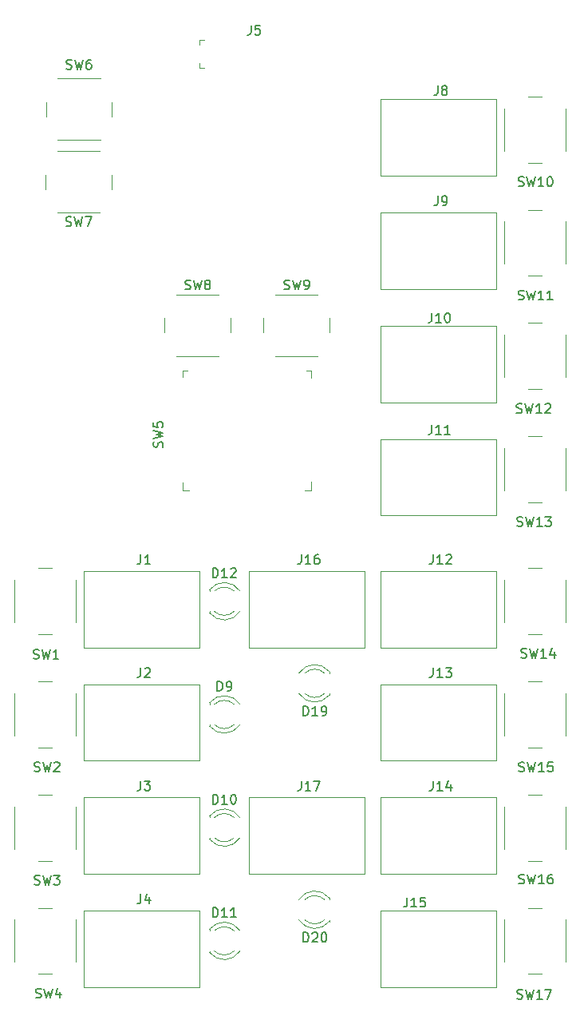
<source format=gbr>
%TF.GenerationSoftware,KiCad,Pcbnew,(6.0.1)*%
%TF.CreationDate,2022-02-15T11:42:12-08:00*%
%TF.ProjectId,main_board,6d61696e-5f62-46f6-9172-642e6b696361,rev?*%
%TF.SameCoordinates,Original*%
%TF.FileFunction,Legend,Top*%
%TF.FilePolarity,Positive*%
%FSLAX46Y46*%
G04 Gerber Fmt 4.6, Leading zero omitted, Abs format (unit mm)*
G04 Created by KiCad (PCBNEW (6.0.1)) date 2022-02-15 11:42:12*
%MOMM*%
%LPD*%
G01*
G04 APERTURE LIST*
%ADD10C,0.150000*%
%ADD11C,0.120000*%
%ADD12C,0.100000*%
G04 APERTURE END LIST*
D10*
X104540476Y-141904761D02*
X104683333Y-141952380D01*
X104921428Y-141952380D01*
X105016666Y-141904761D01*
X105064285Y-141857142D01*
X105111904Y-141761904D01*
X105111904Y-141666666D01*
X105064285Y-141571428D01*
X105016666Y-141523809D01*
X104921428Y-141476190D01*
X104730952Y-141428571D01*
X104635714Y-141380952D01*
X104588095Y-141333333D01*
X104540476Y-141238095D01*
X104540476Y-141142857D01*
X104588095Y-141047619D01*
X104635714Y-141000000D01*
X104730952Y-140952380D01*
X104969047Y-140952380D01*
X105111904Y-141000000D01*
X105445238Y-140952380D02*
X105683333Y-141952380D01*
X105873809Y-141238095D01*
X106064285Y-141952380D01*
X106302380Y-140952380D01*
X107207142Y-141952380D02*
X106635714Y-141952380D01*
X106921428Y-141952380D02*
X106921428Y-140952380D01*
X106826190Y-141095238D01*
X106730952Y-141190476D01*
X106635714Y-141238095D01*
X108064285Y-140952380D02*
X107873809Y-140952380D01*
X107778571Y-141000000D01*
X107730952Y-141047619D01*
X107635714Y-141190476D01*
X107588095Y-141380952D01*
X107588095Y-141761904D01*
X107635714Y-141857142D01*
X107683333Y-141904761D01*
X107778571Y-141952380D01*
X107969047Y-141952380D01*
X108064285Y-141904761D01*
X108111904Y-141857142D01*
X108159523Y-141761904D01*
X108159523Y-141523809D01*
X108111904Y-141428571D01*
X108064285Y-141380952D01*
X107969047Y-141333333D01*
X107778571Y-141333333D01*
X107683333Y-141380952D01*
X107635714Y-141428571D01*
X107588095Y-141523809D01*
X81655714Y-124112380D02*
X81655714Y-123112380D01*
X81893809Y-123112380D01*
X82036666Y-123160000D01*
X82131904Y-123255238D01*
X82179523Y-123350476D01*
X82227142Y-123540952D01*
X82227142Y-123683809D01*
X82179523Y-123874285D01*
X82131904Y-123969523D01*
X82036666Y-124064761D01*
X81893809Y-124112380D01*
X81655714Y-124112380D01*
X83179523Y-124112380D02*
X82608095Y-124112380D01*
X82893809Y-124112380D02*
X82893809Y-123112380D01*
X82798571Y-123255238D01*
X82703333Y-123350476D01*
X82608095Y-123398095D01*
X83655714Y-124112380D02*
X83846190Y-124112380D01*
X83941428Y-124064761D01*
X83989047Y-124017142D01*
X84084285Y-123874285D01*
X84131904Y-123683809D01*
X84131904Y-123302857D01*
X84084285Y-123207619D01*
X84036666Y-123160000D01*
X83941428Y-123112380D01*
X83750952Y-123112380D01*
X83655714Y-123160000D01*
X83608095Y-123207619D01*
X83560476Y-123302857D01*
X83560476Y-123540952D01*
X83608095Y-123636190D01*
X83655714Y-123683809D01*
X83750952Y-123731428D01*
X83941428Y-123731428D01*
X84036666Y-123683809D01*
X84084285Y-123636190D01*
X84131904Y-123540952D01*
X104340476Y-154104761D02*
X104483333Y-154152380D01*
X104721428Y-154152380D01*
X104816666Y-154104761D01*
X104864285Y-154057142D01*
X104911904Y-153961904D01*
X104911904Y-153866666D01*
X104864285Y-153771428D01*
X104816666Y-153723809D01*
X104721428Y-153676190D01*
X104530952Y-153628571D01*
X104435714Y-153580952D01*
X104388095Y-153533333D01*
X104340476Y-153438095D01*
X104340476Y-153342857D01*
X104388095Y-153247619D01*
X104435714Y-153200000D01*
X104530952Y-153152380D01*
X104769047Y-153152380D01*
X104911904Y-153200000D01*
X105245238Y-153152380D02*
X105483333Y-154152380D01*
X105673809Y-153438095D01*
X105864285Y-154152380D01*
X106102380Y-153152380D01*
X107007142Y-154152380D02*
X106435714Y-154152380D01*
X106721428Y-154152380D02*
X106721428Y-153152380D01*
X106626190Y-153295238D01*
X106530952Y-153390476D01*
X106435714Y-153438095D01*
X107340476Y-153152380D02*
X108007142Y-153152380D01*
X107578571Y-154152380D01*
X92690476Y-143402380D02*
X92690476Y-144116666D01*
X92642857Y-144259523D01*
X92547619Y-144354761D01*
X92404761Y-144402380D01*
X92309523Y-144402380D01*
X93690476Y-144402380D02*
X93119047Y-144402380D01*
X93404761Y-144402380D02*
X93404761Y-143402380D01*
X93309523Y-143545238D01*
X93214285Y-143640476D01*
X93119047Y-143688095D01*
X94595238Y-143402380D02*
X94119047Y-143402380D01*
X94071428Y-143878571D01*
X94119047Y-143830952D01*
X94214285Y-143783333D01*
X94452380Y-143783333D01*
X94547619Y-143830952D01*
X94595238Y-143878571D01*
X94642857Y-143973809D01*
X94642857Y-144211904D01*
X94595238Y-144307142D01*
X94547619Y-144354761D01*
X94452380Y-144402380D01*
X94214285Y-144402380D01*
X94119047Y-144354761D01*
X94071428Y-144307142D01*
X104490476Y-67954761D02*
X104633333Y-68002380D01*
X104871428Y-68002380D01*
X104966666Y-67954761D01*
X105014285Y-67907142D01*
X105061904Y-67811904D01*
X105061904Y-67716666D01*
X105014285Y-67621428D01*
X104966666Y-67573809D01*
X104871428Y-67526190D01*
X104680952Y-67478571D01*
X104585714Y-67430952D01*
X104538095Y-67383333D01*
X104490476Y-67288095D01*
X104490476Y-67192857D01*
X104538095Y-67097619D01*
X104585714Y-67050000D01*
X104680952Y-67002380D01*
X104919047Y-67002380D01*
X105061904Y-67050000D01*
X105395238Y-67002380D02*
X105633333Y-68002380D01*
X105823809Y-67288095D01*
X106014285Y-68002380D01*
X106252380Y-67002380D01*
X107157142Y-68002380D02*
X106585714Y-68002380D01*
X106871428Y-68002380D02*
X106871428Y-67002380D01*
X106776190Y-67145238D01*
X106680952Y-67240476D01*
X106585714Y-67288095D01*
X107776190Y-67002380D02*
X107871428Y-67002380D01*
X107966666Y-67050000D01*
X108014285Y-67097619D01*
X108061904Y-67192857D01*
X108109523Y-67383333D01*
X108109523Y-67621428D01*
X108061904Y-67811904D01*
X108014285Y-67907142D01*
X107966666Y-67954761D01*
X107871428Y-68002380D01*
X107776190Y-68002380D01*
X107680952Y-67954761D01*
X107633333Y-67907142D01*
X107585714Y-67811904D01*
X107538095Y-67621428D01*
X107538095Y-67383333D01*
X107585714Y-67192857D01*
X107633333Y-67097619D01*
X107680952Y-67050000D01*
X107776190Y-67002380D01*
X104540476Y-130004761D02*
X104683333Y-130052380D01*
X104921428Y-130052380D01*
X105016666Y-130004761D01*
X105064285Y-129957142D01*
X105111904Y-129861904D01*
X105111904Y-129766666D01*
X105064285Y-129671428D01*
X105016666Y-129623809D01*
X104921428Y-129576190D01*
X104730952Y-129528571D01*
X104635714Y-129480952D01*
X104588095Y-129433333D01*
X104540476Y-129338095D01*
X104540476Y-129242857D01*
X104588095Y-129147619D01*
X104635714Y-129100000D01*
X104730952Y-129052380D01*
X104969047Y-129052380D01*
X105111904Y-129100000D01*
X105445238Y-129052380D02*
X105683333Y-130052380D01*
X105873809Y-129338095D01*
X106064285Y-130052380D01*
X106302380Y-129052380D01*
X107207142Y-130052380D02*
X106635714Y-130052380D01*
X106921428Y-130052380D02*
X106921428Y-129052380D01*
X106826190Y-129195238D01*
X106730952Y-129290476D01*
X106635714Y-129338095D01*
X108111904Y-129052380D02*
X107635714Y-129052380D01*
X107588095Y-129528571D01*
X107635714Y-129480952D01*
X107730952Y-129433333D01*
X107969047Y-129433333D01*
X108064285Y-129480952D01*
X108111904Y-129528571D01*
X108159523Y-129623809D01*
X108159523Y-129861904D01*
X108111904Y-129957142D01*
X108064285Y-130004761D01*
X107969047Y-130052380D01*
X107730952Y-130052380D01*
X107635714Y-130004761D01*
X107588095Y-129957142D01*
X56516666Y-55554761D02*
X56659523Y-55602380D01*
X56897619Y-55602380D01*
X56992857Y-55554761D01*
X57040476Y-55507142D01*
X57088095Y-55411904D01*
X57088095Y-55316666D01*
X57040476Y-55221428D01*
X56992857Y-55173809D01*
X56897619Y-55126190D01*
X56707142Y-55078571D01*
X56611904Y-55030952D01*
X56564285Y-54983333D01*
X56516666Y-54888095D01*
X56516666Y-54792857D01*
X56564285Y-54697619D01*
X56611904Y-54650000D01*
X56707142Y-54602380D01*
X56945238Y-54602380D01*
X57088095Y-54650000D01*
X57421428Y-54602380D02*
X57659523Y-55602380D01*
X57850000Y-54888095D01*
X58040476Y-55602380D01*
X58278571Y-54602380D01*
X59088095Y-54602380D02*
X58897619Y-54602380D01*
X58802380Y-54650000D01*
X58754761Y-54697619D01*
X58659523Y-54840476D01*
X58611904Y-55030952D01*
X58611904Y-55411904D01*
X58659523Y-55507142D01*
X58707142Y-55554761D01*
X58802380Y-55602380D01*
X58992857Y-55602380D01*
X59088095Y-55554761D01*
X59135714Y-55507142D01*
X59183333Y-55411904D01*
X59183333Y-55173809D01*
X59135714Y-55078571D01*
X59088095Y-55030952D01*
X58992857Y-54983333D01*
X58802380Y-54983333D01*
X58707142Y-55030952D01*
X58659523Y-55078571D01*
X58611904Y-55173809D01*
X95916666Y-57352380D02*
X95916666Y-58066666D01*
X95869047Y-58209523D01*
X95773809Y-58304761D01*
X95630952Y-58352380D01*
X95535714Y-58352380D01*
X96535714Y-57780952D02*
X96440476Y-57733333D01*
X96392857Y-57685714D01*
X96345238Y-57590476D01*
X96345238Y-57542857D01*
X96392857Y-57447619D01*
X96440476Y-57400000D01*
X96535714Y-57352380D01*
X96726190Y-57352380D01*
X96821428Y-57400000D01*
X96869047Y-57447619D01*
X96916666Y-57542857D01*
X96916666Y-57590476D01*
X96869047Y-57685714D01*
X96821428Y-57733333D01*
X96726190Y-57780952D01*
X96535714Y-57780952D01*
X96440476Y-57828571D01*
X96392857Y-57876190D01*
X96345238Y-57971428D01*
X96345238Y-58161904D01*
X96392857Y-58257142D01*
X96440476Y-58304761D01*
X96535714Y-58352380D01*
X96726190Y-58352380D01*
X96821428Y-58304761D01*
X96869047Y-58257142D01*
X96916666Y-58161904D01*
X96916666Y-57971428D01*
X96869047Y-57876190D01*
X96821428Y-57828571D01*
X96726190Y-57780952D01*
X104290476Y-92004761D02*
X104433333Y-92052380D01*
X104671428Y-92052380D01*
X104766666Y-92004761D01*
X104814285Y-91957142D01*
X104861904Y-91861904D01*
X104861904Y-91766666D01*
X104814285Y-91671428D01*
X104766666Y-91623809D01*
X104671428Y-91576190D01*
X104480952Y-91528571D01*
X104385714Y-91480952D01*
X104338095Y-91433333D01*
X104290476Y-91338095D01*
X104290476Y-91242857D01*
X104338095Y-91147619D01*
X104385714Y-91100000D01*
X104480952Y-91052380D01*
X104719047Y-91052380D01*
X104861904Y-91100000D01*
X105195238Y-91052380D02*
X105433333Y-92052380D01*
X105623809Y-91338095D01*
X105814285Y-92052380D01*
X106052380Y-91052380D01*
X106957142Y-92052380D02*
X106385714Y-92052380D01*
X106671428Y-92052380D02*
X106671428Y-91052380D01*
X106576190Y-91195238D01*
X106480952Y-91290476D01*
X106385714Y-91338095D01*
X107338095Y-91147619D02*
X107385714Y-91100000D01*
X107480952Y-91052380D01*
X107719047Y-91052380D01*
X107814285Y-91100000D01*
X107861904Y-91147619D01*
X107909523Y-91242857D01*
X107909523Y-91338095D01*
X107861904Y-91480952D01*
X107290476Y-92052380D01*
X107909523Y-92052380D01*
X81440476Y-107052380D02*
X81440476Y-107766666D01*
X81392857Y-107909523D01*
X81297619Y-108004761D01*
X81154761Y-108052380D01*
X81059523Y-108052380D01*
X82440476Y-108052380D02*
X81869047Y-108052380D01*
X82154761Y-108052380D02*
X82154761Y-107052380D01*
X82059523Y-107195238D01*
X81964285Y-107290476D01*
X81869047Y-107338095D01*
X83297619Y-107052380D02*
X83107142Y-107052380D01*
X83011904Y-107100000D01*
X82964285Y-107147619D01*
X82869047Y-107290476D01*
X82821428Y-107480952D01*
X82821428Y-107861904D01*
X82869047Y-107957142D01*
X82916666Y-108004761D01*
X83011904Y-108052380D01*
X83202380Y-108052380D01*
X83297619Y-108004761D01*
X83345238Y-107957142D01*
X83392857Y-107861904D01*
X83392857Y-107623809D01*
X83345238Y-107528571D01*
X83297619Y-107480952D01*
X83202380Y-107433333D01*
X83011904Y-107433333D01*
X82916666Y-107480952D01*
X82869047Y-107528571D01*
X82821428Y-107623809D01*
X56466666Y-72204761D02*
X56609523Y-72252380D01*
X56847619Y-72252380D01*
X56942857Y-72204761D01*
X56990476Y-72157142D01*
X57038095Y-72061904D01*
X57038095Y-71966666D01*
X56990476Y-71871428D01*
X56942857Y-71823809D01*
X56847619Y-71776190D01*
X56657142Y-71728571D01*
X56561904Y-71680952D01*
X56514285Y-71633333D01*
X56466666Y-71538095D01*
X56466666Y-71442857D01*
X56514285Y-71347619D01*
X56561904Y-71300000D01*
X56657142Y-71252380D01*
X56895238Y-71252380D01*
X57038095Y-71300000D01*
X57371428Y-71252380D02*
X57609523Y-72252380D01*
X57800000Y-71538095D01*
X57990476Y-72252380D01*
X58228571Y-71252380D01*
X58514285Y-71252380D02*
X59180952Y-71252380D01*
X58752380Y-72252380D01*
X53266666Y-154004761D02*
X53409523Y-154052380D01*
X53647619Y-154052380D01*
X53742857Y-154004761D01*
X53790476Y-153957142D01*
X53838095Y-153861904D01*
X53838095Y-153766666D01*
X53790476Y-153671428D01*
X53742857Y-153623809D01*
X53647619Y-153576190D01*
X53457142Y-153528571D01*
X53361904Y-153480952D01*
X53314285Y-153433333D01*
X53266666Y-153338095D01*
X53266666Y-153242857D01*
X53314285Y-153147619D01*
X53361904Y-153100000D01*
X53457142Y-153052380D01*
X53695238Y-153052380D01*
X53838095Y-153100000D01*
X54171428Y-153052380D02*
X54409523Y-154052380D01*
X54600000Y-153338095D01*
X54790476Y-154052380D01*
X55028571Y-153052380D01*
X55838095Y-153385714D02*
X55838095Y-154052380D01*
X55600000Y-153004761D02*
X55361904Y-153719047D01*
X55980952Y-153719047D01*
X66704761Y-95658333D02*
X66752380Y-95515476D01*
X66752380Y-95277380D01*
X66704761Y-95182142D01*
X66657142Y-95134523D01*
X66561904Y-95086904D01*
X66466666Y-95086904D01*
X66371428Y-95134523D01*
X66323809Y-95182142D01*
X66276190Y-95277380D01*
X66228571Y-95467857D01*
X66180952Y-95563095D01*
X66133333Y-95610714D01*
X66038095Y-95658333D01*
X65942857Y-95658333D01*
X65847619Y-95610714D01*
X65800000Y-95563095D01*
X65752380Y-95467857D01*
X65752380Y-95229761D01*
X65800000Y-95086904D01*
X65752380Y-94753571D02*
X66752380Y-94515476D01*
X66038095Y-94325000D01*
X66752380Y-94134523D01*
X65752380Y-93896428D01*
X65752380Y-93039285D02*
X65752380Y-93515476D01*
X66228571Y-93563095D01*
X66180952Y-93515476D01*
X66133333Y-93420238D01*
X66133333Y-93182142D01*
X66180952Y-93086904D01*
X66228571Y-93039285D01*
X66323809Y-92991666D01*
X66561904Y-92991666D01*
X66657142Y-93039285D01*
X66704761Y-93086904D01*
X66752380Y-93182142D01*
X66752380Y-93420238D01*
X66704761Y-93515476D01*
X66657142Y-93563095D01*
X72055714Y-109492380D02*
X72055714Y-108492380D01*
X72293809Y-108492380D01*
X72436666Y-108540000D01*
X72531904Y-108635238D01*
X72579523Y-108730476D01*
X72627142Y-108920952D01*
X72627142Y-109063809D01*
X72579523Y-109254285D01*
X72531904Y-109349523D01*
X72436666Y-109444761D01*
X72293809Y-109492380D01*
X72055714Y-109492380D01*
X73579523Y-109492380D02*
X73008095Y-109492380D01*
X73293809Y-109492380D02*
X73293809Y-108492380D01*
X73198571Y-108635238D01*
X73103333Y-108730476D01*
X73008095Y-108778095D01*
X73960476Y-108587619D02*
X74008095Y-108540000D01*
X74103333Y-108492380D01*
X74341428Y-108492380D01*
X74436666Y-108540000D01*
X74484285Y-108587619D01*
X74531904Y-108682857D01*
X74531904Y-108778095D01*
X74484285Y-108920952D01*
X73912857Y-109492380D01*
X74531904Y-109492380D01*
X104790476Y-117954761D02*
X104933333Y-118002380D01*
X105171428Y-118002380D01*
X105266666Y-117954761D01*
X105314285Y-117907142D01*
X105361904Y-117811904D01*
X105361904Y-117716666D01*
X105314285Y-117621428D01*
X105266666Y-117573809D01*
X105171428Y-117526190D01*
X104980952Y-117478571D01*
X104885714Y-117430952D01*
X104838095Y-117383333D01*
X104790476Y-117288095D01*
X104790476Y-117192857D01*
X104838095Y-117097619D01*
X104885714Y-117050000D01*
X104980952Y-117002380D01*
X105219047Y-117002380D01*
X105361904Y-117050000D01*
X105695238Y-117002380D02*
X105933333Y-118002380D01*
X106123809Y-117288095D01*
X106314285Y-118002380D01*
X106552380Y-117002380D01*
X107457142Y-118002380D02*
X106885714Y-118002380D01*
X107171428Y-118002380D02*
X107171428Y-117002380D01*
X107076190Y-117145238D01*
X106980952Y-117240476D01*
X106885714Y-117288095D01*
X108314285Y-117335714D02*
X108314285Y-118002380D01*
X108076190Y-116954761D02*
X107838095Y-117669047D01*
X108457142Y-117669047D01*
X53016666Y-118054761D02*
X53159523Y-118102380D01*
X53397619Y-118102380D01*
X53492857Y-118054761D01*
X53540476Y-118007142D01*
X53588095Y-117911904D01*
X53588095Y-117816666D01*
X53540476Y-117721428D01*
X53492857Y-117673809D01*
X53397619Y-117626190D01*
X53207142Y-117578571D01*
X53111904Y-117530952D01*
X53064285Y-117483333D01*
X53016666Y-117388095D01*
X53016666Y-117292857D01*
X53064285Y-117197619D01*
X53111904Y-117150000D01*
X53207142Y-117102380D01*
X53445238Y-117102380D01*
X53588095Y-117150000D01*
X53921428Y-117102380D02*
X54159523Y-118102380D01*
X54350000Y-117388095D01*
X54540476Y-118102380D01*
X54778571Y-117102380D01*
X55683333Y-118102380D02*
X55111904Y-118102380D01*
X55397619Y-118102380D02*
X55397619Y-117102380D01*
X55302380Y-117245238D01*
X55207142Y-117340476D01*
X55111904Y-117388095D01*
X81440476Y-131052380D02*
X81440476Y-131766666D01*
X81392857Y-131909523D01*
X81297619Y-132004761D01*
X81154761Y-132052380D01*
X81059523Y-132052380D01*
X82440476Y-132052380D02*
X81869047Y-132052380D01*
X82154761Y-132052380D02*
X82154761Y-131052380D01*
X82059523Y-131195238D01*
X81964285Y-131290476D01*
X81869047Y-131338095D01*
X82773809Y-131052380D02*
X83440476Y-131052380D01*
X83011904Y-132052380D01*
X53116666Y-142004761D02*
X53259523Y-142052380D01*
X53497619Y-142052380D01*
X53592857Y-142004761D01*
X53640476Y-141957142D01*
X53688095Y-141861904D01*
X53688095Y-141766666D01*
X53640476Y-141671428D01*
X53592857Y-141623809D01*
X53497619Y-141576190D01*
X53307142Y-141528571D01*
X53211904Y-141480952D01*
X53164285Y-141433333D01*
X53116666Y-141338095D01*
X53116666Y-141242857D01*
X53164285Y-141147619D01*
X53211904Y-141100000D01*
X53307142Y-141052380D01*
X53545238Y-141052380D01*
X53688095Y-141100000D01*
X54021428Y-141052380D02*
X54259523Y-142052380D01*
X54450000Y-141338095D01*
X54640476Y-142052380D01*
X54878571Y-141052380D01*
X55164285Y-141052380D02*
X55783333Y-141052380D01*
X55450000Y-141433333D01*
X55592857Y-141433333D01*
X55688095Y-141480952D01*
X55735714Y-141528571D01*
X55783333Y-141623809D01*
X55783333Y-141861904D01*
X55735714Y-141957142D01*
X55688095Y-142004761D01*
X55592857Y-142052380D01*
X55307142Y-142052380D01*
X55211904Y-142004761D01*
X55164285Y-141957142D01*
X95440476Y-107052380D02*
X95440476Y-107766666D01*
X95392857Y-107909523D01*
X95297619Y-108004761D01*
X95154761Y-108052380D01*
X95059523Y-108052380D01*
X96440476Y-108052380D02*
X95869047Y-108052380D01*
X96154761Y-108052380D02*
X96154761Y-107052380D01*
X96059523Y-107195238D01*
X95964285Y-107290476D01*
X95869047Y-107338095D01*
X96821428Y-107147619D02*
X96869047Y-107100000D01*
X96964285Y-107052380D01*
X97202380Y-107052380D01*
X97297619Y-107100000D01*
X97345238Y-107147619D01*
X97392857Y-107242857D01*
X97392857Y-107338095D01*
X97345238Y-107480952D01*
X96773809Y-108052380D01*
X97392857Y-108052380D01*
X72055714Y-133492380D02*
X72055714Y-132492380D01*
X72293809Y-132492380D01*
X72436666Y-132540000D01*
X72531904Y-132635238D01*
X72579523Y-132730476D01*
X72627142Y-132920952D01*
X72627142Y-133063809D01*
X72579523Y-133254285D01*
X72531904Y-133349523D01*
X72436666Y-133444761D01*
X72293809Y-133492380D01*
X72055714Y-133492380D01*
X73579523Y-133492380D02*
X73008095Y-133492380D01*
X73293809Y-133492380D02*
X73293809Y-132492380D01*
X73198571Y-132635238D01*
X73103333Y-132730476D01*
X73008095Y-132778095D01*
X74198571Y-132492380D02*
X74293809Y-132492380D01*
X74389047Y-132540000D01*
X74436666Y-132587619D01*
X74484285Y-132682857D01*
X74531904Y-132873333D01*
X74531904Y-133111428D01*
X74484285Y-133301904D01*
X74436666Y-133397142D01*
X74389047Y-133444761D01*
X74293809Y-133492380D01*
X74198571Y-133492380D01*
X74103333Y-133444761D01*
X74055714Y-133397142D01*
X74008095Y-133301904D01*
X73960476Y-133111428D01*
X73960476Y-132873333D01*
X74008095Y-132682857D01*
X74055714Y-132587619D01*
X74103333Y-132540000D01*
X74198571Y-132492380D01*
X81655714Y-148112380D02*
X81655714Y-147112380D01*
X81893809Y-147112380D01*
X82036666Y-147160000D01*
X82131904Y-147255238D01*
X82179523Y-147350476D01*
X82227142Y-147540952D01*
X82227142Y-147683809D01*
X82179523Y-147874285D01*
X82131904Y-147969523D01*
X82036666Y-148064761D01*
X81893809Y-148112380D01*
X81655714Y-148112380D01*
X82608095Y-147207619D02*
X82655714Y-147160000D01*
X82750952Y-147112380D01*
X82989047Y-147112380D01*
X83084285Y-147160000D01*
X83131904Y-147207619D01*
X83179523Y-147302857D01*
X83179523Y-147398095D01*
X83131904Y-147540952D01*
X82560476Y-148112380D01*
X83179523Y-148112380D01*
X83798571Y-147112380D02*
X83893809Y-147112380D01*
X83989047Y-147160000D01*
X84036666Y-147207619D01*
X84084285Y-147302857D01*
X84131904Y-147493333D01*
X84131904Y-147731428D01*
X84084285Y-147921904D01*
X84036666Y-148017142D01*
X83989047Y-148064761D01*
X83893809Y-148112380D01*
X83798571Y-148112380D01*
X83703333Y-148064761D01*
X83655714Y-148017142D01*
X83608095Y-147921904D01*
X83560476Y-147731428D01*
X83560476Y-147493333D01*
X83608095Y-147302857D01*
X83655714Y-147207619D01*
X83703333Y-147160000D01*
X83798571Y-147112380D01*
X72531904Y-121492380D02*
X72531904Y-120492380D01*
X72770000Y-120492380D01*
X72912857Y-120540000D01*
X73008095Y-120635238D01*
X73055714Y-120730476D01*
X73103333Y-120920952D01*
X73103333Y-121063809D01*
X73055714Y-121254285D01*
X73008095Y-121349523D01*
X72912857Y-121444761D01*
X72770000Y-121492380D01*
X72531904Y-121492380D01*
X73579523Y-121492380D02*
X73770000Y-121492380D01*
X73865238Y-121444761D01*
X73912857Y-121397142D01*
X74008095Y-121254285D01*
X74055714Y-121063809D01*
X74055714Y-120682857D01*
X74008095Y-120587619D01*
X73960476Y-120540000D01*
X73865238Y-120492380D01*
X73674761Y-120492380D01*
X73579523Y-120540000D01*
X73531904Y-120587619D01*
X73484285Y-120682857D01*
X73484285Y-120920952D01*
X73531904Y-121016190D01*
X73579523Y-121063809D01*
X73674761Y-121111428D01*
X73865238Y-121111428D01*
X73960476Y-121063809D01*
X74008095Y-121016190D01*
X74055714Y-120920952D01*
X64416666Y-107052380D02*
X64416666Y-107766666D01*
X64369047Y-107909523D01*
X64273809Y-108004761D01*
X64130952Y-108052380D01*
X64035714Y-108052380D01*
X65416666Y-108052380D02*
X64845238Y-108052380D01*
X65130952Y-108052380D02*
X65130952Y-107052380D01*
X65035714Y-107195238D01*
X64940476Y-107290476D01*
X64845238Y-107338095D01*
X64416666Y-119052380D02*
X64416666Y-119766666D01*
X64369047Y-119909523D01*
X64273809Y-120004761D01*
X64130952Y-120052380D01*
X64035714Y-120052380D01*
X64845238Y-119147619D02*
X64892857Y-119100000D01*
X64988095Y-119052380D01*
X65226190Y-119052380D01*
X65321428Y-119100000D01*
X65369047Y-119147619D01*
X65416666Y-119242857D01*
X65416666Y-119338095D01*
X65369047Y-119480952D01*
X64797619Y-120052380D01*
X65416666Y-120052380D01*
X64416666Y-131052380D02*
X64416666Y-131766666D01*
X64369047Y-131909523D01*
X64273809Y-132004761D01*
X64130952Y-132052380D01*
X64035714Y-132052380D01*
X64797619Y-131052380D02*
X65416666Y-131052380D01*
X65083333Y-131433333D01*
X65226190Y-131433333D01*
X65321428Y-131480952D01*
X65369047Y-131528571D01*
X65416666Y-131623809D01*
X65416666Y-131861904D01*
X65369047Y-131957142D01*
X65321428Y-132004761D01*
X65226190Y-132052380D01*
X64940476Y-132052380D01*
X64845238Y-132004761D01*
X64797619Y-131957142D01*
X95440476Y-131052380D02*
X95440476Y-131766666D01*
X95392857Y-131909523D01*
X95297619Y-132004761D01*
X95154761Y-132052380D01*
X95059523Y-132052380D01*
X96440476Y-132052380D02*
X95869047Y-132052380D01*
X96154761Y-132052380D02*
X96154761Y-131052380D01*
X96059523Y-131195238D01*
X95964285Y-131290476D01*
X95869047Y-131338095D01*
X97297619Y-131385714D02*
X97297619Y-132052380D01*
X97059523Y-131004761D02*
X96821428Y-131719047D01*
X97440476Y-131719047D01*
X104340476Y-104004761D02*
X104483333Y-104052380D01*
X104721428Y-104052380D01*
X104816666Y-104004761D01*
X104864285Y-103957142D01*
X104911904Y-103861904D01*
X104911904Y-103766666D01*
X104864285Y-103671428D01*
X104816666Y-103623809D01*
X104721428Y-103576190D01*
X104530952Y-103528571D01*
X104435714Y-103480952D01*
X104388095Y-103433333D01*
X104340476Y-103338095D01*
X104340476Y-103242857D01*
X104388095Y-103147619D01*
X104435714Y-103100000D01*
X104530952Y-103052380D01*
X104769047Y-103052380D01*
X104911904Y-103100000D01*
X105245238Y-103052380D02*
X105483333Y-104052380D01*
X105673809Y-103338095D01*
X105864285Y-104052380D01*
X106102380Y-103052380D01*
X107007142Y-104052380D02*
X106435714Y-104052380D01*
X106721428Y-104052380D02*
X106721428Y-103052380D01*
X106626190Y-103195238D01*
X106530952Y-103290476D01*
X106435714Y-103338095D01*
X107340476Y-103052380D02*
X107959523Y-103052380D01*
X107626190Y-103433333D01*
X107769047Y-103433333D01*
X107864285Y-103480952D01*
X107911904Y-103528571D01*
X107959523Y-103623809D01*
X107959523Y-103861904D01*
X107911904Y-103957142D01*
X107864285Y-104004761D01*
X107769047Y-104052380D01*
X107483333Y-104052380D01*
X107388095Y-104004761D01*
X107340476Y-103957142D01*
X95290476Y-81452380D02*
X95290476Y-82166666D01*
X95242857Y-82309523D01*
X95147619Y-82404761D01*
X95004761Y-82452380D01*
X94909523Y-82452380D01*
X96290476Y-82452380D02*
X95719047Y-82452380D01*
X96004761Y-82452380D02*
X96004761Y-81452380D01*
X95909523Y-81595238D01*
X95814285Y-81690476D01*
X95719047Y-81738095D01*
X96909523Y-81452380D02*
X97004761Y-81452380D01*
X97100000Y-81500000D01*
X97147619Y-81547619D01*
X97195238Y-81642857D01*
X97242857Y-81833333D01*
X97242857Y-82071428D01*
X97195238Y-82261904D01*
X97147619Y-82357142D01*
X97100000Y-82404761D01*
X97004761Y-82452380D01*
X96909523Y-82452380D01*
X96814285Y-82404761D01*
X96766666Y-82357142D01*
X96719047Y-82261904D01*
X96671428Y-82071428D01*
X96671428Y-81833333D01*
X96719047Y-81642857D01*
X96766666Y-81547619D01*
X96814285Y-81500000D01*
X96909523Y-81452380D01*
X104490476Y-80004761D02*
X104633333Y-80052380D01*
X104871428Y-80052380D01*
X104966666Y-80004761D01*
X105014285Y-79957142D01*
X105061904Y-79861904D01*
X105061904Y-79766666D01*
X105014285Y-79671428D01*
X104966666Y-79623809D01*
X104871428Y-79576190D01*
X104680952Y-79528571D01*
X104585714Y-79480952D01*
X104538095Y-79433333D01*
X104490476Y-79338095D01*
X104490476Y-79242857D01*
X104538095Y-79147619D01*
X104585714Y-79100000D01*
X104680952Y-79052380D01*
X104919047Y-79052380D01*
X105061904Y-79100000D01*
X105395238Y-79052380D02*
X105633333Y-80052380D01*
X105823809Y-79338095D01*
X106014285Y-80052380D01*
X106252380Y-79052380D01*
X107157142Y-80052380D02*
X106585714Y-80052380D01*
X106871428Y-80052380D02*
X106871428Y-79052380D01*
X106776190Y-79195238D01*
X106680952Y-79290476D01*
X106585714Y-79338095D01*
X108109523Y-80052380D02*
X107538095Y-80052380D01*
X107823809Y-80052380D02*
X107823809Y-79052380D01*
X107728571Y-79195238D01*
X107633333Y-79290476D01*
X107538095Y-79338095D01*
X95440476Y-119052380D02*
X95440476Y-119766666D01*
X95392857Y-119909523D01*
X95297619Y-120004761D01*
X95154761Y-120052380D01*
X95059523Y-120052380D01*
X96440476Y-120052380D02*
X95869047Y-120052380D01*
X96154761Y-120052380D02*
X96154761Y-119052380D01*
X96059523Y-119195238D01*
X95964285Y-119290476D01*
X95869047Y-119338095D01*
X96773809Y-119052380D02*
X97392857Y-119052380D01*
X97059523Y-119433333D01*
X97202380Y-119433333D01*
X97297619Y-119480952D01*
X97345238Y-119528571D01*
X97392857Y-119623809D01*
X97392857Y-119861904D01*
X97345238Y-119957142D01*
X97297619Y-120004761D01*
X97202380Y-120052380D01*
X96916666Y-120052380D01*
X96821428Y-120004761D01*
X96773809Y-119957142D01*
X95290476Y-93302380D02*
X95290476Y-94016666D01*
X95242857Y-94159523D01*
X95147619Y-94254761D01*
X95004761Y-94302380D01*
X94909523Y-94302380D01*
X96290476Y-94302380D02*
X95719047Y-94302380D01*
X96004761Y-94302380D02*
X96004761Y-93302380D01*
X95909523Y-93445238D01*
X95814285Y-93540476D01*
X95719047Y-93588095D01*
X97242857Y-94302380D02*
X96671428Y-94302380D01*
X96957142Y-94302380D02*
X96957142Y-93302380D01*
X96861904Y-93445238D01*
X96766666Y-93540476D01*
X96671428Y-93588095D01*
X64416666Y-143052380D02*
X64416666Y-143766666D01*
X64369047Y-143909523D01*
X64273809Y-144004761D01*
X64130952Y-144052380D01*
X64035714Y-144052380D01*
X65321428Y-143385714D02*
X65321428Y-144052380D01*
X65083333Y-143004761D02*
X64845238Y-143719047D01*
X65464285Y-143719047D01*
X76106666Y-50952380D02*
X76106666Y-51666666D01*
X76059047Y-51809523D01*
X75963809Y-51904761D01*
X75820952Y-51952380D01*
X75725714Y-51952380D01*
X77059047Y-50952380D02*
X76582857Y-50952380D01*
X76535238Y-51428571D01*
X76582857Y-51380952D01*
X76678095Y-51333333D01*
X76916190Y-51333333D01*
X77011428Y-51380952D01*
X77059047Y-51428571D01*
X77106666Y-51523809D01*
X77106666Y-51761904D01*
X77059047Y-51857142D01*
X77011428Y-51904761D01*
X76916190Y-51952380D01*
X76678095Y-51952380D01*
X76582857Y-51904761D01*
X76535238Y-51857142D01*
X53116666Y-130004761D02*
X53259523Y-130052380D01*
X53497619Y-130052380D01*
X53592857Y-130004761D01*
X53640476Y-129957142D01*
X53688095Y-129861904D01*
X53688095Y-129766666D01*
X53640476Y-129671428D01*
X53592857Y-129623809D01*
X53497619Y-129576190D01*
X53307142Y-129528571D01*
X53211904Y-129480952D01*
X53164285Y-129433333D01*
X53116666Y-129338095D01*
X53116666Y-129242857D01*
X53164285Y-129147619D01*
X53211904Y-129100000D01*
X53307142Y-129052380D01*
X53545238Y-129052380D01*
X53688095Y-129100000D01*
X54021428Y-129052380D02*
X54259523Y-130052380D01*
X54450000Y-129338095D01*
X54640476Y-130052380D01*
X54878571Y-129052380D01*
X55211904Y-129147619D02*
X55259523Y-129100000D01*
X55354761Y-129052380D01*
X55592857Y-129052380D01*
X55688095Y-129100000D01*
X55735714Y-129147619D01*
X55783333Y-129242857D01*
X55783333Y-129338095D01*
X55735714Y-129480952D01*
X55164285Y-130052380D01*
X55783333Y-130052380D01*
X95916666Y-69052380D02*
X95916666Y-69766666D01*
X95869047Y-69909523D01*
X95773809Y-70004761D01*
X95630952Y-70052380D01*
X95535714Y-70052380D01*
X96440476Y-70052380D02*
X96630952Y-70052380D01*
X96726190Y-70004761D01*
X96773809Y-69957142D01*
X96869047Y-69814285D01*
X96916666Y-69623809D01*
X96916666Y-69242857D01*
X96869047Y-69147619D01*
X96821428Y-69100000D01*
X96726190Y-69052380D01*
X96535714Y-69052380D01*
X96440476Y-69100000D01*
X96392857Y-69147619D01*
X96345238Y-69242857D01*
X96345238Y-69480952D01*
X96392857Y-69576190D01*
X96440476Y-69623809D01*
X96535714Y-69671428D01*
X96726190Y-69671428D01*
X96821428Y-69623809D01*
X96869047Y-69576190D01*
X96916666Y-69480952D01*
X72055714Y-145492380D02*
X72055714Y-144492380D01*
X72293809Y-144492380D01*
X72436666Y-144540000D01*
X72531904Y-144635238D01*
X72579523Y-144730476D01*
X72627142Y-144920952D01*
X72627142Y-145063809D01*
X72579523Y-145254285D01*
X72531904Y-145349523D01*
X72436666Y-145444761D01*
X72293809Y-145492380D01*
X72055714Y-145492380D01*
X73579523Y-145492380D02*
X73008095Y-145492380D01*
X73293809Y-145492380D02*
X73293809Y-144492380D01*
X73198571Y-144635238D01*
X73103333Y-144730476D01*
X73008095Y-144778095D01*
X74531904Y-145492380D02*
X73960476Y-145492380D01*
X74246190Y-145492380D02*
X74246190Y-144492380D01*
X74150952Y-144635238D01*
X74055714Y-144730476D01*
X73960476Y-144778095D01*
X79616666Y-78904761D02*
X79759523Y-78952380D01*
X79997619Y-78952380D01*
X80092857Y-78904761D01*
X80140476Y-78857142D01*
X80188095Y-78761904D01*
X80188095Y-78666666D01*
X80140476Y-78571428D01*
X80092857Y-78523809D01*
X79997619Y-78476190D01*
X79807142Y-78428571D01*
X79711904Y-78380952D01*
X79664285Y-78333333D01*
X79616666Y-78238095D01*
X79616666Y-78142857D01*
X79664285Y-78047619D01*
X79711904Y-78000000D01*
X79807142Y-77952380D01*
X80045238Y-77952380D01*
X80188095Y-78000000D01*
X80521428Y-77952380D02*
X80759523Y-78952380D01*
X80950000Y-78238095D01*
X81140476Y-78952380D01*
X81378571Y-77952380D01*
X81807142Y-78952380D02*
X81997619Y-78952380D01*
X82092857Y-78904761D01*
X82140476Y-78857142D01*
X82235714Y-78714285D01*
X82283333Y-78523809D01*
X82283333Y-78142857D01*
X82235714Y-78047619D01*
X82188095Y-78000000D01*
X82092857Y-77952380D01*
X81902380Y-77952380D01*
X81807142Y-78000000D01*
X81759523Y-78047619D01*
X81711904Y-78142857D01*
X81711904Y-78380952D01*
X81759523Y-78476190D01*
X81807142Y-78523809D01*
X81902380Y-78571428D01*
X82092857Y-78571428D01*
X82188095Y-78523809D01*
X82235714Y-78476190D01*
X82283333Y-78380952D01*
X69116666Y-78904761D02*
X69259523Y-78952380D01*
X69497619Y-78952380D01*
X69592857Y-78904761D01*
X69640476Y-78857142D01*
X69688095Y-78761904D01*
X69688095Y-78666666D01*
X69640476Y-78571428D01*
X69592857Y-78523809D01*
X69497619Y-78476190D01*
X69307142Y-78428571D01*
X69211904Y-78380952D01*
X69164285Y-78333333D01*
X69116666Y-78238095D01*
X69116666Y-78142857D01*
X69164285Y-78047619D01*
X69211904Y-78000000D01*
X69307142Y-77952380D01*
X69545238Y-77952380D01*
X69688095Y-78000000D01*
X70021428Y-77952380D02*
X70259523Y-78952380D01*
X70450000Y-78238095D01*
X70640476Y-78952380D01*
X70878571Y-77952380D01*
X71402380Y-78380952D02*
X71307142Y-78333333D01*
X71259523Y-78285714D01*
X71211904Y-78190476D01*
X71211904Y-78142857D01*
X71259523Y-78047619D01*
X71307142Y-78000000D01*
X71402380Y-77952380D01*
X71592857Y-77952380D01*
X71688095Y-78000000D01*
X71735714Y-78047619D01*
X71783333Y-78142857D01*
X71783333Y-78190476D01*
X71735714Y-78285714D01*
X71688095Y-78333333D01*
X71592857Y-78380952D01*
X71402380Y-78380952D01*
X71307142Y-78428571D01*
X71259523Y-78476190D01*
X71211904Y-78571428D01*
X71211904Y-78761904D01*
X71259523Y-78857142D01*
X71307142Y-78904761D01*
X71402380Y-78952380D01*
X71592857Y-78952380D01*
X71688095Y-78904761D01*
X71735714Y-78857142D01*
X71783333Y-78761904D01*
X71783333Y-78571428D01*
X71735714Y-78476190D01*
X71688095Y-78428571D01*
X71592857Y-78380952D01*
D11*
X103000000Y-133750000D02*
X103000000Y-138250000D01*
X107000000Y-132500000D02*
X105500000Y-132500000D01*
X105500000Y-139500000D02*
X107000000Y-139500000D01*
X109500000Y-138250000D02*
X109500000Y-133750000D01*
X84430000Y-121936000D02*
X84430000Y-121780000D01*
X84430000Y-119620000D02*
X84430000Y-119464000D01*
X81828870Y-121779837D02*
G75*
G03*
X83910961Y-121780000I1041130J1079837D01*
G01*
X81197665Y-121778608D02*
G75*
G03*
X84430000Y-121935516I1672335J1078609D01*
G01*
X83910961Y-119620000D02*
G75*
G03*
X81828870Y-119620163I-1040961J-1080000D01*
G01*
X84430000Y-119464484D02*
G75*
G03*
X81197665Y-119621392I-1560000J-1235517D01*
G01*
X105500000Y-151500000D02*
X107000000Y-151500000D01*
X107000000Y-144500000D02*
X105500000Y-144500000D01*
X103000000Y-145750000D02*
X103000000Y-150250000D01*
X109500000Y-150250000D02*
X109500000Y-145750000D01*
X89870000Y-152900000D02*
X89870000Y-144800000D01*
X89870000Y-144800000D02*
X102130000Y-144800000D01*
X89870000Y-152900000D02*
X102130000Y-152900000D01*
X102130000Y-144800000D02*
X102130000Y-152900000D01*
X107000000Y-58500000D02*
X105500000Y-58500000D01*
X103000000Y-59750000D02*
X103000000Y-64250000D01*
X109500000Y-64250000D02*
X109500000Y-59750000D01*
X105500000Y-65500000D02*
X107000000Y-65500000D01*
X109500000Y-126250000D02*
X109500000Y-121750000D01*
X105500000Y-127500000D02*
X107000000Y-127500000D01*
X107000000Y-120500000D02*
X105500000Y-120500000D01*
X103000000Y-121750000D02*
X103000000Y-126250000D01*
X61350000Y-60600000D02*
X61350000Y-59100000D01*
X60100000Y-56600000D02*
X55600000Y-56600000D01*
X54350000Y-59100000D02*
X54350000Y-60600000D01*
X55600000Y-63100000D02*
X60100000Y-63100000D01*
X102130000Y-58800000D02*
X102130000Y-66900000D01*
X89870000Y-66900000D02*
X89870000Y-58800000D01*
X89870000Y-58800000D02*
X102130000Y-58800000D01*
X89870000Y-66900000D02*
X102130000Y-66900000D01*
X109500000Y-88250000D02*
X109500000Y-83750000D01*
X103000000Y-83750000D02*
X103000000Y-88250000D01*
X105500000Y-89500000D02*
X107000000Y-89500000D01*
X107000000Y-82500000D02*
X105500000Y-82500000D01*
X88130000Y-108800000D02*
X88130000Y-116900000D01*
X75870000Y-108800000D02*
X88130000Y-108800000D01*
X75870000Y-116900000D02*
X88130000Y-116900000D01*
X75870000Y-116900000D02*
X75870000Y-108800000D01*
X54300000Y-66800000D02*
X54300000Y-68300000D01*
X61300000Y-68300000D02*
X61300000Y-66800000D01*
X60050000Y-64300000D02*
X55550000Y-64300000D01*
X55550000Y-70800000D02*
X60050000Y-70800000D01*
X51000000Y-145750000D02*
X51000000Y-150250000D01*
X53500000Y-151500000D02*
X55000000Y-151500000D01*
X57500000Y-150250000D02*
X57500000Y-145750000D01*
X55000000Y-144500000D02*
X53500000Y-144500000D01*
D12*
X82525000Y-87525000D02*
X82525000Y-88325000D01*
X68875000Y-87525000D02*
X69375000Y-87525000D01*
X82525000Y-99325000D02*
X82525000Y-100275000D01*
X68875000Y-99425000D02*
X68875000Y-100275000D01*
X68875000Y-100275000D02*
X69550000Y-100275000D01*
X68875000Y-88225000D02*
X68875000Y-87525000D01*
X82525000Y-100275000D02*
X81850000Y-100275000D01*
X81950000Y-87525000D02*
X82525000Y-87525000D01*
D11*
X71710000Y-113080000D02*
X71710000Y-113236000D01*
X71710000Y-110764000D02*
X71710000Y-110920000D01*
X71710000Y-113235516D02*
G75*
G03*
X74942335Y-113078608I1560000J1235517D01*
G01*
X72229039Y-113080000D02*
G75*
G03*
X74311130Y-113079837I1040961J1080000D01*
G01*
X74311130Y-110920163D02*
G75*
G03*
X72229039Y-110920000I-1041130J-1079837D01*
G01*
X74942335Y-110921392D02*
G75*
G03*
X71710000Y-110764484I-1672335J-1078609D01*
G01*
X103000000Y-109750000D02*
X103000000Y-114250000D01*
X107000000Y-108500000D02*
X105500000Y-108500000D01*
X109500000Y-114250000D02*
X109500000Y-109750000D01*
X105500000Y-115500000D02*
X107000000Y-115500000D01*
X55000000Y-108500000D02*
X53500000Y-108500000D01*
X51000000Y-109750000D02*
X51000000Y-114250000D01*
X57500000Y-114250000D02*
X57500000Y-109750000D01*
X53500000Y-115500000D02*
X55000000Y-115500000D01*
X75870000Y-140900000D02*
X88130000Y-140900000D01*
X75870000Y-140900000D02*
X75870000Y-132800000D01*
X75870000Y-132800000D02*
X88130000Y-132800000D01*
X88130000Y-132800000D02*
X88130000Y-140900000D01*
X55000000Y-132500000D02*
X53500000Y-132500000D01*
X51000000Y-133750000D02*
X51000000Y-138250000D01*
X57500000Y-138250000D02*
X57500000Y-133750000D01*
X53500000Y-139500000D02*
X55000000Y-139500000D01*
X89870000Y-116900000D02*
X102130000Y-116900000D01*
X89870000Y-108800000D02*
X102130000Y-108800000D01*
X102130000Y-108800000D02*
X102130000Y-116900000D01*
X89870000Y-116900000D02*
X89870000Y-108800000D01*
X71710000Y-134764000D02*
X71710000Y-134920000D01*
X71710000Y-137080000D02*
X71710000Y-137236000D01*
X71710000Y-137235516D02*
G75*
G03*
X74942335Y-137078608I1560000J1235517D01*
G01*
X72229039Y-137080000D02*
G75*
G03*
X74311130Y-137079837I1040961J1080000D01*
G01*
X74311130Y-134920163D02*
G75*
G03*
X72229039Y-134920000I-1041130J-1079837D01*
G01*
X74942335Y-134921392D02*
G75*
G03*
X71710000Y-134764484I-1672335J-1078609D01*
G01*
X84430000Y-143620000D02*
X84430000Y-143464000D01*
X84430000Y-145936000D02*
X84430000Y-145780000D01*
X83910961Y-143620000D02*
G75*
G03*
X81828870Y-143620163I-1040961J-1080000D01*
G01*
X84430000Y-143464484D02*
G75*
G03*
X81197665Y-143621392I-1560000J-1235517D01*
G01*
X81197665Y-145778608D02*
G75*
G03*
X84430000Y-145935516I1672335J1078609D01*
G01*
X81828870Y-145779837D02*
G75*
G03*
X83910961Y-145780000I1041130J1079837D01*
G01*
X71710000Y-122764000D02*
X71710000Y-122920000D01*
X71710000Y-125080000D02*
X71710000Y-125236000D01*
X72229039Y-125080000D02*
G75*
G03*
X74311130Y-125079837I1040961J1080000D01*
G01*
X74942335Y-122921392D02*
G75*
G03*
X71710000Y-122764484I-1672335J-1078609D01*
G01*
X71710000Y-125235516D02*
G75*
G03*
X74942335Y-125078608I1560000J1235517D01*
G01*
X74311130Y-122920163D02*
G75*
G03*
X72229039Y-122920000I-1041130J-1079837D01*
G01*
X70630000Y-108800000D02*
X70630000Y-116900000D01*
X58370000Y-108800000D02*
X70630000Y-108800000D01*
X58370000Y-116900000D02*
X70630000Y-116900000D01*
X58370000Y-116900000D02*
X58370000Y-108800000D01*
X58370000Y-128900000D02*
X70630000Y-128900000D01*
X58370000Y-120800000D02*
X70630000Y-120800000D01*
X70630000Y-120800000D02*
X70630000Y-128900000D01*
X58370000Y-128900000D02*
X58370000Y-120800000D01*
X70630000Y-132800000D02*
X70630000Y-140900000D01*
X58370000Y-140900000D02*
X70630000Y-140900000D01*
X58370000Y-140900000D02*
X58370000Y-132800000D01*
X58370000Y-132800000D02*
X70630000Y-132800000D01*
X89870000Y-140900000D02*
X89870000Y-132800000D01*
X102130000Y-132800000D02*
X102130000Y-140900000D01*
X89870000Y-140900000D02*
X102130000Y-140900000D01*
X89870000Y-132800000D02*
X102130000Y-132800000D01*
X103000000Y-95750000D02*
X103000000Y-100250000D01*
X109500000Y-100250000D02*
X109500000Y-95750000D01*
X107000000Y-94500000D02*
X105500000Y-94500000D01*
X105500000Y-101500000D02*
X107000000Y-101500000D01*
X89870000Y-82800000D02*
X102130000Y-82800000D01*
X89870000Y-90900000D02*
X89870000Y-82800000D01*
X102130000Y-82800000D02*
X102130000Y-90900000D01*
X89870000Y-90900000D02*
X102130000Y-90900000D01*
X105500000Y-77500000D02*
X107000000Y-77500000D01*
X103000000Y-71750000D02*
X103000000Y-76250000D01*
X109500000Y-76250000D02*
X109500000Y-71750000D01*
X107000000Y-70500000D02*
X105500000Y-70500000D01*
X89870000Y-128900000D02*
X89870000Y-120800000D01*
X89870000Y-120800000D02*
X102130000Y-120800000D01*
X89870000Y-128900000D02*
X102130000Y-128900000D01*
X102130000Y-120800000D02*
X102130000Y-128900000D01*
X89870000Y-94800000D02*
X102130000Y-94800000D01*
X89870000Y-102900000D02*
X89870000Y-94800000D01*
X89870000Y-102900000D02*
X102130000Y-102900000D01*
X102130000Y-94800000D02*
X102130000Y-102900000D01*
X58370000Y-152900000D02*
X58370000Y-144800000D01*
X58370000Y-144800000D02*
X70630000Y-144800000D01*
X70630000Y-144800000D02*
X70630000Y-152900000D01*
X58370000Y-152900000D02*
X70630000Y-152900000D01*
D12*
X70640000Y-55500000D02*
X71140000Y-55500000D01*
X70640000Y-52500000D02*
X70640000Y-53000000D01*
X70640000Y-55500000D02*
X70640000Y-55000000D01*
X70640000Y-52500000D02*
X71140000Y-52500000D01*
D11*
X51000000Y-121750000D02*
X51000000Y-126250000D01*
X55000000Y-120500000D02*
X53500000Y-120500000D01*
X53500000Y-127500000D02*
X55000000Y-127500000D01*
X57500000Y-126250000D02*
X57500000Y-121750000D01*
X89870000Y-78900000D02*
X89870000Y-70800000D01*
X89870000Y-78900000D02*
X102130000Y-78900000D01*
X102130000Y-70800000D02*
X102130000Y-78900000D01*
X89870000Y-70800000D02*
X102130000Y-70800000D01*
X71710000Y-146764000D02*
X71710000Y-146920000D01*
X71710000Y-149080000D02*
X71710000Y-149236000D01*
X72229039Y-149080000D02*
G75*
G03*
X74311130Y-149079837I1040961J1080000D01*
G01*
X74311130Y-146920163D02*
G75*
G03*
X72229039Y-146920000I-1041130J-1079837D01*
G01*
X71710000Y-149235516D02*
G75*
G03*
X74942335Y-149078608I1560000J1235517D01*
G01*
X74942335Y-146921392D02*
G75*
G03*
X71710000Y-146764484I-1672335J-1078609D01*
G01*
X84450000Y-83500000D02*
X84450000Y-82000000D01*
X77450000Y-82000000D02*
X77450000Y-83500000D01*
X78700000Y-86000000D02*
X83200000Y-86000000D01*
X83200000Y-79500000D02*
X78700000Y-79500000D01*
X72700000Y-79500000D02*
X68200000Y-79500000D01*
X68200000Y-86000000D02*
X72700000Y-86000000D01*
X73950000Y-83500000D02*
X73950000Y-82000000D01*
X66950000Y-82000000D02*
X66950000Y-83500000D01*
M02*

</source>
